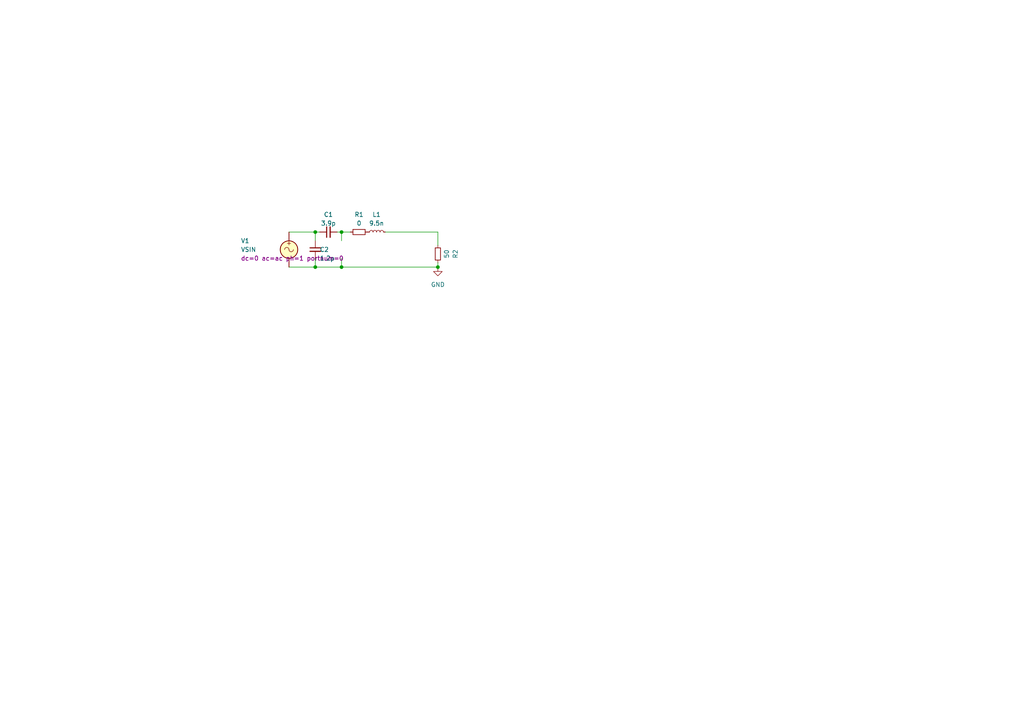
<source format=kicad_sch>
(kicad_sch (version 20211123) (generator eeschema)
  (paper "A4")
  (lib_symbols
    (symbol "Device:C_Small" (pin_numbers hide) (pin_names (offset 0.254) hide)
      (property "Reference" "C" (at 0.254 1.778 0))
      (property "Value" "C_Small" (at 0.254 -2.032 0))
      (symbol "C_Small_0_1"
        (polyline (pts (xy -1.524 -0.508) (xy 1.524 -0.508)) (stroke (width 0.3302)))
        (polyline (pts (xy -1.524 0.508) (xy 1.524 0.508)) (stroke (width 0.3048)))
      )
      (symbol "C_Small_1_1"
        (pin passive line (at 0 2.54 270) (length 2.032) (name "~") (number "1"))
        (pin passive line (at 0 -2.54 90) (length 2.032) (name "~") (number "2"))
      )
    )
    (symbol "Device:L_Small" (pin_numbers hide) (pin_names (offset 0.254) hide)
      (property "Reference" "L" (at 0.762 1.016 0))
      (property "Value" "L_Small" (at 0.762 -1.016 0))
      (symbol "L_Small_0_1"
        (arc (start 0 -2.032) (mid 0.508 -1.524) (end 0 -1.016))
        (arc (start 0 -1.016) (mid 0.508 -0.508) (end 0 0))
        (arc (start 0 0) (mid 0.508 0.508) (end 0 1.016))
        (arc (start 0 1.016) (mid 0.508 1.524) (end 0 2.032))
      )
      (symbol "L_Small_1_1"
        (pin passive line (at 0 2.54 270) (length 0.508) (name "~") (number "1"))
        (pin passive line (at 0 -2.54 90) (length 0.508) (name "~") (number "2"))
      )
    )
    (symbol "Device:R_Small" (pin_numbers hide) (pin_names (offset 0.254) hide)
      (property "Reference" "R" (at 0.762 0.508 0))
      (property "Value" "R_Small" (at 0.762 -1.016 0))
      (symbol "R_Small_0_1"
        (rectangle (start -0.762 1.778) (end 0.762 -1.778) (stroke (width 0.2032)))
      )
      (symbol "R_Small_1_1"
        (pin passive line (at 0 2.54 270) (length 0.762) (name "~") (number "1"))
        (pin passive line (at 0 -2.54 90) (length 0.762) (name "~") (number "2"))
      )
    )
    (symbol "Simulation_SPICE:VSIN" (pin_numbers hide) (pin_names (offset 0.0254))
      (property "Reference" "V" (at 2.54 2.54 0))
      (property "Value" "VSIN" (at 2.54 0 0))
      (property "Spice_Model" "sin(0 1 1k)" (at 2.54 -2.54 0))
      (symbol "VSIN_0_0"
        (arc (start 0 0) (mid -0.635 0.635) (end -1.27 0))
        (arc (start 0 0) (mid 0.635 -0.635) (end 1.27 0))
        (text "+" (at 0 1.905 0) (effects (font (size 1.27 1.27))))
      )
      (symbol "VSIN_0_1"
        (circle (center 0 0) (radius 2.54) (stroke (width 0.254)) (fill (type background)))
      )
      (symbol "VSIN_1_1"
        (pin passive line (at 0 5.08 270) (length 2.54) (name "~") (number "1"))
        (pin passive line (at 0 -5.08 90) (length 2.54) (name "~") (number "2"))
      )
    )
    (symbol "power:GND" (power) (pin_names (offset 0))
      (property "Value" "GND" (at 0 -3.81 0))
      (symbol "GND_0_1"
        (polyline (pts (xy 0 0) (xy 0 -1.27) (xy 1.27 -1.27) (xy 0 -2.54) (xy -1.27 -1.27) (xy 0 -1.27)))
      )
      (symbol "GND_1_1"
        (pin power_in line (at 0 0 270) (length 0) hide (name "GND") (number "1"))
      )
    )
  )
  (junction (at 99.06 67.31))
  (junction (at 127 77.47))
  (junction (at 91.44 67.31))
  (junction (at 91.44 77.47))
  (junction (at 99.06 77.47))
  (wire (pts (xy 127 76.2) (xy 127 77.47)))
  (wire (pts (xy 99.06 74.93) (xy 99.06 77.47)))
  (wire (pts (xy 127 77.47) (xy 99.06 77.47)))
  (wire (pts (xy 91.44 74.93) (xy 91.44 77.47)))
  (wire (pts (xy 127 67.31) (xy 127 71.12)))
  (wire (pts (xy 99.06 67.31) (xy 101.6 67.31)))
  (wire (pts (xy 83.82 77.47) (xy 91.44 77.47)))
  (wire (pts (xy 111.76 67.31) (xy 127 67.31)))
  (wire (pts (xy 83.82 67.31) (xy 91.44 67.31)))
  (wire (pts (xy 97.79 67.31) (xy 99.06 67.31)))
  (wire (pts (xy 91.44 69.85) (xy 91.44 67.31)))
  (wire (pts (xy 91.44 67.31) (xy 92.71 67.31)))
  (wire (pts (xy 99.06 69.85) (xy 99.06 67.31)))
  (wire (pts (xy 99.06 77.47) (xy 91.44 77.47)))
  (symbol (lib_id "Device:C_Small") (at 95.25 67.31 90) (unit 1)
    (property "Reference" "C1" (at 95.25 62.23 90))
    (property "Value" "3.9p" (at 95.25 64.77 90))
    (property "Footprint" "Capacitor_SMD:C_0603_1608Metric" (effects hide))
  )
  (symbol (lib_id "Device:C_Small") (at 91.44 72.39 0) (unit 1)
    (property "Reference" "C2" (at 92.71 72.39 0) (effects (justify left)))
    (property "Value" "1.2p" (at 92.71 74.93 0) (effects (justify left)))
    (property "Footprint" "Capacitor_SMD:C_0603_1608Metric" (effects hide))
  )
  (symbol (lib_id "Device:R_Small") (at 104.14 67.31 90) (unit 1)
    (property "Reference" "R1" (at 104.14 62.23 90))
    (property "Value" "0" (at 104.14 64.77 90))
    (property "Footprint" "Resistor_SMD:R_0603_1608Metric" (effects hide))
  )
  (symbol (lib_id "Device:R_Small") (at 127 73.66 0) (unit 1)
    (property "Reference" "R2" (at 132.08 73.66 90))
    (property "Value" "50" (at 129.54 73.66 90))
    (property "Footprint" "Resistor_SMD:R_0603_1608Metric" (effects hide))
  )
  (symbol (lib_id "Device:L_Small") (at 109.22 67.31 90) (unit 1)
    (property "Reference" "L1" (at 109.22 62.23 90))
    (property "Value" "9.5n" (at 109.22 64.77 90))
    (property "Spice_Primitive" "L" (effects hide))
    (property "Spice_Model" "9.5n" (effects hide))
    (property "Spice_Netlist_Enabled" "Y" (effects hide))
  )
  (symbol (lib_id "power:GND") (at 127 77.47 0) (unit 1)
    (property "Reference" "#PWR01" (effects hide))
    (property "Value" "GND" (at 127 82.55 0))
  )
  (symbol (lib_id "Simulation_SPICE:VSIN") (at 83.82 72.39 0) (unit 1)
    (property "Reference" "V1" (at 69.85 69.85 0) (effects (justify left)))
    (property "Value" "VSIN" (at 69.85 72.39 0) (effects (justify left)))
    (property "Spice_Netlist_Enabled" "Y" (effects hide))
    (property "Spice_Primitive" "V" (effects hide))
    (property "Spice_Model" "dc 0 ac 1 0" (at 69.85 74.93 0) (effects (justify left)))
  )
)
</source>
